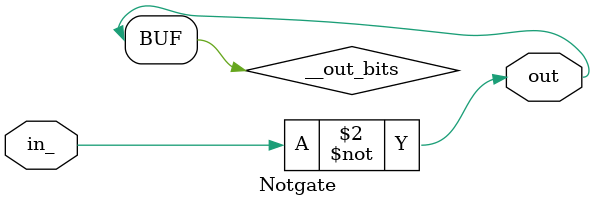
<source format=sv>
module Notgate(
  input  wire in_,
  output wire out
);

  // Variables for output ports
  logic __out_bits;

  // @comb update():
  always_comb
    __out_bits = ~in_;

  assign out = __out_bits;
endmodule

</source>
